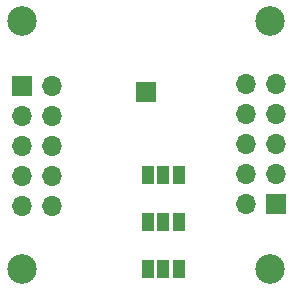
<source format=gbr>
%TF.GenerationSoftware,KiCad,Pcbnew,(6.0.7)*%
%TF.CreationDate,2022-10-11T20:39:03-05:00*%
%TF.ProjectId,PCA9535,50434139-3533-4352-9e6b-696361645f70,rev?*%
%TF.SameCoordinates,Original*%
%TF.FileFunction,Soldermask,Bot*%
%TF.FilePolarity,Negative*%
%FSLAX46Y46*%
G04 Gerber Fmt 4.6, Leading zero omitted, Abs format (unit mm)*
G04 Created by KiCad (PCBNEW (6.0.7)) date 2022-10-11 20:39:03*
%MOMM*%
%LPD*%
G01*
G04 APERTURE LIST*
%ADD10C,2.500000*%
%ADD11R,1.700000X1.700000*%
%ADD12O,1.700000X1.700000*%
%ADD13R,1.000000X1.500000*%
G04 APERTURE END LIST*
D10*
%TO.C,H3*%
X181000000Y-97000000D03*
%TD*%
%TO.C,H4*%
X160000000Y-97000000D03*
%TD*%
D11*
%TO.C,J6*%
X181500000Y-91500000D03*
D12*
X178960000Y-91500000D03*
X181500000Y-88960000D03*
X178960000Y-88960000D03*
X181500000Y-86420000D03*
X178960000Y-86420000D03*
X181500000Y-83880000D03*
X178960000Y-83880000D03*
X181500000Y-81340000D03*
X178960000Y-81340000D03*
%TD*%
D11*
%TO.C,J4*%
X170500000Y-82000000D03*
%TD*%
%TO.C,J3*%
X160000000Y-81500000D03*
D12*
X162540000Y-81500000D03*
X160000000Y-84040000D03*
X162540000Y-84040000D03*
X160000000Y-86580000D03*
X162540000Y-86580000D03*
X160000000Y-89120000D03*
X162540000Y-89120000D03*
X160000000Y-91660000D03*
X162540000Y-91660000D03*
%TD*%
D10*
%TO.C,H2*%
X181000000Y-76000000D03*
%TD*%
%TO.C,H1*%
X160000000Y-76000000D03*
%TD*%
D13*
%TO.C,JP1*%
X173300000Y-89000000D03*
X172000000Y-89000000D03*
X170700000Y-89000000D03*
%TD*%
%TO.C,JP2*%
X173300000Y-93000000D03*
X172000000Y-93000000D03*
X170700000Y-93000000D03*
%TD*%
%TO.C,JP3*%
X173300000Y-97000000D03*
X172000000Y-97000000D03*
X170700000Y-97000000D03*
%TD*%
M02*

</source>
